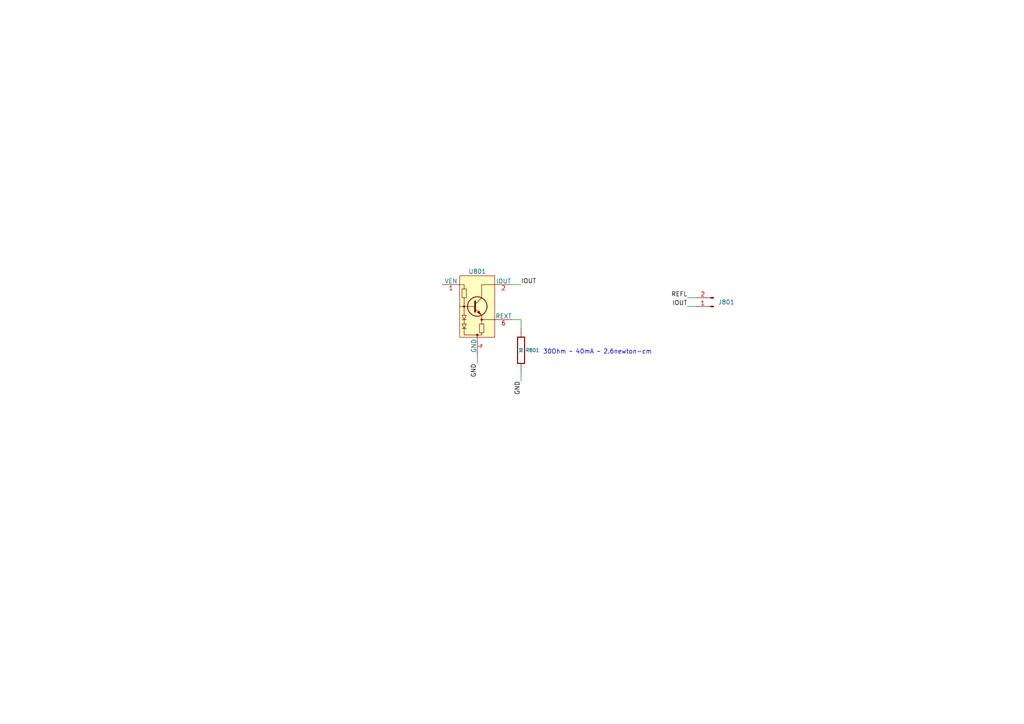
<source format=kicad_sch>
(kicad_sch (version 20230121) (generator eeschema)
  (paper "A4")
  (title_block (title "mouse-joystick-pcb") (date "2024-10-07") (rev "1.0") (company "Peter Polidoro"))
  (lib_symbols
    (symbol "Janelia:Conn_01x02_P3.5mm_TBH_Horizontal_Screw" (pin_names (offset 1.016) hide)
      (property "Reference" "J" (at -3.81 0 0))
      (symbol "Conn_01x02_P3.5mm_TBH_Horizontal_Screw_1_1"
        (polyline (pts (xy 1.27 -2.54) (xy 0.8636 -2.54)) (stroke (width 0.1524)))
        (polyline (pts (xy 1.27 0) (xy 0.8636 0)) (stroke (width 0.1524)))
        (rectangle (start 0.8636 -2.413) (end 0 -2.667) (stroke (width 0.1524)) (fill (type outline)))
        (rectangle (start 0.8636 0.127) (end 0 -0.127) (stroke (width 0.1524)) (fill (type outline)))
        (pin passive line (at 5.08 0 180) (length 3.81) (name "Pin_1") (number "1"))
        (pin passive line (at 5.08 -2.54 180) (length 3.81) (name "Pin_2") (number "2"))
      )
    )
    (symbol "Janelia:LED_DRIVER_LINEAR_BCR421U" (pin_names (offset 0))
      (property "Reference" "U" (at 0 10.16 0))
      (symbol "LED_DRIVER_LINEAR_BCR421U_0_1"
        (rectangle (start -4.445 5.08) (end -3.175 2.54))
        (circle (center -3.81 0) (radius 0.254) (fill (type outline)))
        (circle (center 0 -8.255) (radius 0.254) (fill (type outline)))
        (polyline (pts (xy -5.08 8.89) (xy -5.08 6.35)))
        (polyline (pts (xy -0.762 0) (xy -5.08 0)))
        (polyline (pts (xy -0.635 1.524) (xy -0.635 -1.524)) (stroke (width 0.508)))
        (polyline (pts (xy 1.27 -3.81) (xy 5.08 -3.81)))
        (polyline (pts (xy 1.27 -2.54) (xy 1.27 -5.08)))
        (rectangle (start 0.635 -5.08) (end 1.905 -7.62))
        (circle (center 1.27 -3.81) (radius 0.254) (fill (type outline)))
      )
      (symbol "LED_DRIVER_LINEAR_BCR421U_1_1"
        (rectangle (start -5.08 8.89) (end 5.08 -8.89) (fill (type background)))
        (polyline (pts (xy -4.445 -6.35) (xy -3.175 -6.35)))
        (polyline (pts (xy -4.445 -3.81) (xy -3.175 -3.81)))
        (polyline (pts (xy -3.81 -3.81) (xy -3.81 -5.08)))
        (polyline (pts (xy -3.81 0) (xy -3.81 -2.54)))
        (polyline (pts (xy -3.81 2.54) (xy -3.81 0)))
        (polyline (pts (xy -0.635 0.635) (xy 1.27 2.54)))
        (polyline (pts (xy 0 -8.255) (xy 0 -8.89)))
        (polyline (pts (xy -3.81 -6.35) (xy -3.81 -8.255) (xy 0 -8.255)))
        (polyline (pts (xy -3.81 5.08) (xy -3.81 6.35) (xy -5.08 6.35)))
        (polyline (pts (xy -0.635 -0.635) (xy 1.27 -2.54) (xy 1.27 -2.54)))
        (polyline (pts (xy 0 -8.255) (xy 1.27 -8.255) (xy 1.27 -7.62)))
        (polyline (pts (xy 1.27 2.54) (xy 1.27 6.35) (xy 5.08 6.35)))
        (polyline (pts (xy -4.445 -5.08) (xy -3.175 -5.08) (xy -3.81 -6.35) (xy -4.445 -5.08)))
        (polyline (pts (xy -4.445 -2.54) (xy -3.175 -2.54) (xy -3.81 -3.81) (xy -4.445 -2.54)))
        (polyline (pts (xy 0 -1.778) (xy 0.508 -1.27) (xy 1.016 -2.286) (xy 0 -1.778) (xy 0 -1.778)) (fill (type outline)))
        (circle (center 0 0) (radius 2.8194) (stroke (width 0.254)))
        (pin input line (at -10.16 6.35 0) (length 5.08) (name "VEN") (number "1"))
        (pin passive line (at 10.16 6.35 180) (length 5.08) (name "IOUT") (number "2"))
        (pin passive line (at 10.16 6.35 180) (length 5.08) hide (name "IOUT") (number "3"))
        (pin passive line (at 0 -13.97 90) (length 5.08) (name "GND") (number "4"))
        (pin passive line (at 10.16 6.35 180) (length 5.08) hide (name "IOUT") (number "5"))
        (pin passive line (at 10.16 -3.81 180) (length 5.08) (name "REXT") (number "6"))
      )
    )
    (symbol "Janelia:R_30_0402" (pin_numbers hide) (pin_names (offset 0))
      (property "Reference" "R" (at 1.27 0 0))
      (property "Value" "30" (at 0 0 90))
      (symbol "R_30_0402_0_1"
        (rectangle (start -1.016 3.81) (end 1.016 -3.81) (stroke (width 0.3048)))
      )
      (symbol "R_30_0402_1_1"
        (pin passive line (at 0 6.35 270) (length 2.54) (name "~") (number "1"))
        (pin passive line (at 0 -6.35 90) (length 2.54) (name "~") (number "2"))
      )
    )
  )
  (wire (pts (xy 151.13 92.71) (xy 151.13 95.25)))
  (wire (pts (xy 148.59 82.55) (xy 151.13 82.55)))
  (wire (pts (xy 201.93 88.9) (xy 199.39 88.9)))
  (wire (pts (xy 138.43 102.87) (xy 138.43 105.41)))
  (wire (pts (xy 151.13 107.95) (xy 151.13 110.49)))
  (wire (pts (xy 201.93 86.36) (xy 199.39 86.36)))
  (wire (pts (xy 148.59 92.71) (xy 151.13 92.71)))
  (text "30Ohm ~ 40mA ~ 2.6newton-cm" (at 157.48 102.87 0) (effects (font (size 1.27 1.27)) (justify left bottom)))
  (label "IOUT" (at 199.39 88.9 180))
  (label "GND" (at 138.43 105.41 270))
  (label "IOUT" (at 151.13 82.55 0))
  (label "REFL" (at 199.39 86.36 180))
  (label "GND" (at 151.13 110.49 270))
  (symbol (lib_id "Janelia:LED_DRIVER_LINEAR_BCR421U") (at 138.43 88.9 0) (unit 1)
    (property "Reference" "U801" (at 138.43 78.74 0))
    (property "Value" "40V_200mA" (effects hide))
    (property "Footprint" "Janelia:SC-74-6_1.55x2.9mm_P0.95mm" (effects hide))
    (property "Synopsis" "IC LED DRVR LIN PWM 200MA" (effects hide))
    (property "Package" "SC-74-6" (effects hide))
    (property "Manufacturer" "Infineon Technologies" (effects hide))
    (property "Manufacturer Part Number" "BCR421UE6327" (effects hide))
    (property "Vendor" "Digi-Key" (effects hide))
    (property "Vendor Part Number" "BCR421UE6327HTSA1CT-ND" (effects hide))
    (property "Sim.Enable" "0" (effects hide))
    (property "LCSC" "C112923" (effects hide))
  )
  (symbol (lib_id "Janelia:Conn_01x02_P3.5mm_TBH_Horizontal_Screw") (at 207.01 88.9 180) (unit 1)
    (property "Reference" "J801" (at 208.28 87.63 0) (effects (justify right)))
    (property "Value" "Conn_01x02_P3.5mm_TBH_Horizontal_Screw" (effects hide))
    (property "Footprint" "Janelia:PhoenixContact_MC_1,5_2-G-3.5_1x02_P3.50mm_Horizontal_Screw" (effects hide))
    (property "Manufacturer" "Phoenix Contact" (effects hide))
    (property "Manufacturer Part Number" "1844210" (effects hide))
    (property "Synopsis" "TERM BLOCK HDR 2POS 90DEG 3.5MM" (effects hide))
    (property "Vendor" "Digi-Key" (effects hide))
    (property "Vendor Part Number" "277-2416-ND" (effects hide))
    (property "Sim.Enable" "0" (effects hide))
    (property "Package" "Plugin P=3.5mm" (effects hide))
    (property "LCSC" "C3584780" (effects hide))
  )
  (symbol (lib_id "Janelia:R_30_0402") (at 151.13 101.6 0) (unit 1)
    (property "Reference" "R801" (at 152.4 101.6 0) (effects (font (size 1.016 1.016)) (justify left)))
    (property "Value" "30" (at 151.13 101.6 90) (effects (font (size 0.762 0.762))))
    (property "Footprint" "Janelia:R_0402_1005Metric" (effects hide))
    (property "Vendor" "JLCPCB" (effects hide))
    (property "Vendor Part Number" "C3036820" (effects hide))
    (property "Synopsis" "RES 30 OHM 1% 62.5mW" (effects hide))
    (property "Manufacturer" "LIZ Elec" (effects hide))
    (property "Manufacturer Part Number" "CR0402FF30R0G" (effects hide))
    (property "Package" "0402" (effects hide))
    (property "LCSC" "C3036820" (effects hide))
  )
)
</source>
